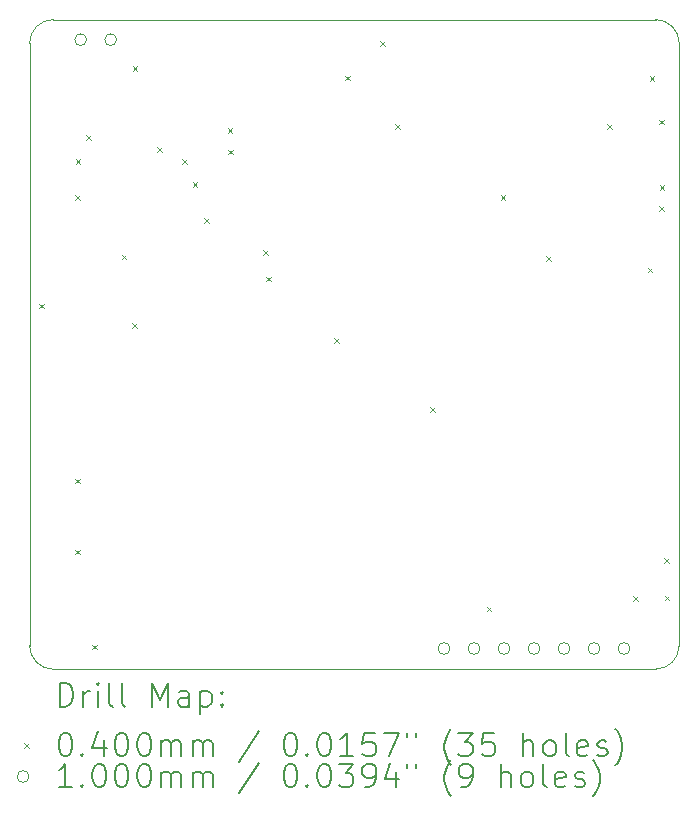
<source format=gbr>
%TF.GenerationSoftware,KiCad,Pcbnew,7.0.9*%
%TF.CreationDate,2024-04-10T17:12:23-05:00*%
%TF.ProjectId,Aniversario-PCBWAY,416e6976-6572-4736-9172-696f2d504342,rev?*%
%TF.SameCoordinates,Original*%
%TF.FileFunction,Drillmap*%
%TF.FilePolarity,Positive*%
%FSLAX45Y45*%
G04 Gerber Fmt 4.5, Leading zero omitted, Abs format (unit mm)*
G04 Created by KiCad (PCBNEW 7.0.9) date 2024-04-10 17:12:23*
%MOMM*%
%LPD*%
G01*
G04 APERTURE LIST*
%ADD10C,0.100000*%
%ADD11C,0.200000*%
G04 APERTURE END LIST*
D10*
X9000000Y-4800000D02*
G75*
G03*
X8800000Y-4600000I-200000J0D01*
G01*
X8800000Y-4600000D02*
X3700000Y-4600000D01*
X3700000Y-4600000D02*
G75*
G03*
X3500000Y-4800000I0J-200000D01*
G01*
X3700000Y-10100000D02*
X8800000Y-10100000D01*
X3500000Y-4800000D02*
X3500000Y-9900000D01*
X3500000Y-9900000D02*
G75*
G03*
X3700000Y-10100000I200000J0D01*
G01*
X9000000Y-9900000D02*
X9000000Y-4800000D01*
X8800000Y-10100000D02*
G75*
G03*
X9000000Y-9900000I0J200000D01*
G01*
D11*
D10*
X3580000Y-7005000D02*
X3620000Y-7045000D01*
X3620000Y-7005000D02*
X3580000Y-7045000D01*
X3887500Y-6085000D02*
X3927500Y-6125000D01*
X3927500Y-6085000D02*
X3887500Y-6125000D01*
X3887500Y-8487500D02*
X3927500Y-8527500D01*
X3927500Y-8487500D02*
X3887500Y-8527500D01*
X3887500Y-9087500D02*
X3927500Y-9127500D01*
X3927500Y-9087500D02*
X3887500Y-9127500D01*
X3890000Y-5780000D02*
X3930000Y-5820000D01*
X3930000Y-5780000D02*
X3890000Y-5820000D01*
X3980000Y-5580000D02*
X4020000Y-5620000D01*
X4020000Y-5580000D02*
X3980000Y-5620000D01*
X4030000Y-9892500D02*
X4070000Y-9932500D01*
X4070000Y-9892500D02*
X4030000Y-9932500D01*
X4280000Y-6590000D02*
X4320000Y-6630000D01*
X4320000Y-6590000D02*
X4280000Y-6630000D01*
X4370000Y-7170000D02*
X4410000Y-7210000D01*
X4410000Y-7170000D02*
X4370000Y-7210000D01*
X4371500Y-4991500D02*
X4411500Y-5031500D01*
X4411500Y-4991500D02*
X4371500Y-5031500D01*
X4580000Y-5680000D02*
X4620000Y-5720000D01*
X4620000Y-5680000D02*
X4580000Y-5720000D01*
X4790000Y-5782500D02*
X4830000Y-5822500D01*
X4830000Y-5782500D02*
X4790000Y-5822500D01*
X4880000Y-5975000D02*
X4920000Y-6015000D01*
X4920000Y-5975000D02*
X4880000Y-6015000D01*
X4980000Y-6280000D02*
X5020000Y-6320000D01*
X5020000Y-6280000D02*
X4980000Y-6320000D01*
X5177500Y-5517550D02*
X5217500Y-5557550D01*
X5217500Y-5517550D02*
X5177500Y-5557550D01*
X5180000Y-5701907D02*
X5220000Y-5741907D01*
X5220000Y-5701907D02*
X5180000Y-5741907D01*
X5475000Y-6549950D02*
X5515000Y-6589950D01*
X5515000Y-6549950D02*
X5475000Y-6589950D01*
X5502500Y-6777500D02*
X5542500Y-6817500D01*
X5542500Y-6777500D02*
X5502500Y-6817500D01*
X6080000Y-7300000D02*
X6120000Y-7340000D01*
X6120000Y-7300000D02*
X6080000Y-7340000D01*
X6170000Y-5075000D02*
X6210000Y-5115000D01*
X6210000Y-5075000D02*
X6170000Y-5115000D01*
X6470000Y-4780000D02*
X6510000Y-4820000D01*
X6510000Y-4780000D02*
X6470000Y-4820000D01*
X6595000Y-5485000D02*
X6635000Y-5525000D01*
X6635000Y-5485000D02*
X6595000Y-5525000D01*
X6890000Y-7880000D02*
X6930000Y-7920000D01*
X6930000Y-7880000D02*
X6890000Y-7920000D01*
X7370000Y-9570000D02*
X7410000Y-9610000D01*
X7410000Y-9570000D02*
X7370000Y-9610000D01*
X7487500Y-6085000D02*
X7527500Y-6125000D01*
X7527500Y-6085000D02*
X7487500Y-6125000D01*
X7873450Y-6601750D02*
X7913450Y-6641750D01*
X7913450Y-6601750D02*
X7873450Y-6641750D01*
X8387500Y-5485000D02*
X8427500Y-5525000D01*
X8427500Y-5485000D02*
X8387500Y-5525000D01*
X8607550Y-9480000D02*
X8647550Y-9520000D01*
X8647550Y-9480000D02*
X8607550Y-9520000D01*
X8732550Y-6700000D02*
X8772550Y-6740000D01*
X8772550Y-6700000D02*
X8732550Y-6740000D01*
X8750000Y-5080000D02*
X8790000Y-5120000D01*
X8790000Y-5080000D02*
X8750000Y-5120000D01*
X8830000Y-5447500D02*
X8870000Y-5487500D01*
X8870000Y-5447500D02*
X8830000Y-5487500D01*
X8830000Y-6180000D02*
X8870000Y-6220000D01*
X8870000Y-6180000D02*
X8830000Y-6220000D01*
X8835000Y-6000000D02*
X8875000Y-6040000D01*
X8875000Y-6000000D02*
X8835000Y-6040000D01*
X8870000Y-9160000D02*
X8910000Y-9200000D01*
X8910000Y-9160000D02*
X8870000Y-9200000D01*
X8877500Y-9477500D02*
X8917500Y-9517500D01*
X8917500Y-9477500D02*
X8877500Y-9517500D01*
X3982500Y-4770000D02*
G75*
G03*
X3982500Y-4770000I-50000J0D01*
G01*
X4236500Y-4770000D02*
G75*
G03*
X4236500Y-4770000I-50000J0D01*
G01*
X7059000Y-9925000D02*
G75*
G03*
X7059000Y-9925000I-50000J0D01*
G01*
X7313000Y-9925000D02*
G75*
G03*
X7313000Y-9925000I-50000J0D01*
G01*
X7567000Y-9925000D02*
G75*
G03*
X7567000Y-9925000I-50000J0D01*
G01*
X7821000Y-9925000D02*
G75*
G03*
X7821000Y-9925000I-50000J0D01*
G01*
X8075000Y-9925000D02*
G75*
G03*
X8075000Y-9925000I-50000J0D01*
G01*
X8329000Y-9925000D02*
G75*
G03*
X8329000Y-9925000I-50000J0D01*
G01*
X8583000Y-9925000D02*
G75*
G03*
X8583000Y-9925000I-50000J0D01*
G01*
D11*
X3755777Y-10416484D02*
X3755777Y-10216484D01*
X3755777Y-10216484D02*
X3803396Y-10216484D01*
X3803396Y-10216484D02*
X3831967Y-10226008D01*
X3831967Y-10226008D02*
X3851015Y-10245055D01*
X3851015Y-10245055D02*
X3860539Y-10264103D01*
X3860539Y-10264103D02*
X3870062Y-10302198D01*
X3870062Y-10302198D02*
X3870062Y-10330770D01*
X3870062Y-10330770D02*
X3860539Y-10368865D01*
X3860539Y-10368865D02*
X3851015Y-10387912D01*
X3851015Y-10387912D02*
X3831967Y-10406960D01*
X3831967Y-10406960D02*
X3803396Y-10416484D01*
X3803396Y-10416484D02*
X3755777Y-10416484D01*
X3955777Y-10416484D02*
X3955777Y-10283150D01*
X3955777Y-10321246D02*
X3965301Y-10302198D01*
X3965301Y-10302198D02*
X3974824Y-10292674D01*
X3974824Y-10292674D02*
X3993872Y-10283150D01*
X3993872Y-10283150D02*
X4012920Y-10283150D01*
X4079586Y-10416484D02*
X4079586Y-10283150D01*
X4079586Y-10216484D02*
X4070062Y-10226008D01*
X4070062Y-10226008D02*
X4079586Y-10235531D01*
X4079586Y-10235531D02*
X4089110Y-10226008D01*
X4089110Y-10226008D02*
X4079586Y-10216484D01*
X4079586Y-10216484D02*
X4079586Y-10235531D01*
X4203396Y-10416484D02*
X4184348Y-10406960D01*
X4184348Y-10406960D02*
X4174824Y-10387912D01*
X4174824Y-10387912D02*
X4174824Y-10216484D01*
X4308158Y-10416484D02*
X4289110Y-10406960D01*
X4289110Y-10406960D02*
X4279586Y-10387912D01*
X4279586Y-10387912D02*
X4279586Y-10216484D01*
X4536729Y-10416484D02*
X4536729Y-10216484D01*
X4536729Y-10216484D02*
X4603396Y-10359341D01*
X4603396Y-10359341D02*
X4670063Y-10216484D01*
X4670063Y-10216484D02*
X4670063Y-10416484D01*
X4851015Y-10416484D02*
X4851015Y-10311722D01*
X4851015Y-10311722D02*
X4841491Y-10292674D01*
X4841491Y-10292674D02*
X4822444Y-10283150D01*
X4822444Y-10283150D02*
X4784348Y-10283150D01*
X4784348Y-10283150D02*
X4765301Y-10292674D01*
X4851015Y-10406960D02*
X4831967Y-10416484D01*
X4831967Y-10416484D02*
X4784348Y-10416484D01*
X4784348Y-10416484D02*
X4765301Y-10406960D01*
X4765301Y-10406960D02*
X4755777Y-10387912D01*
X4755777Y-10387912D02*
X4755777Y-10368865D01*
X4755777Y-10368865D02*
X4765301Y-10349817D01*
X4765301Y-10349817D02*
X4784348Y-10340293D01*
X4784348Y-10340293D02*
X4831967Y-10340293D01*
X4831967Y-10340293D02*
X4851015Y-10330770D01*
X4946253Y-10283150D02*
X4946253Y-10483150D01*
X4946253Y-10292674D02*
X4965301Y-10283150D01*
X4965301Y-10283150D02*
X5003396Y-10283150D01*
X5003396Y-10283150D02*
X5022444Y-10292674D01*
X5022444Y-10292674D02*
X5031967Y-10302198D01*
X5031967Y-10302198D02*
X5041491Y-10321246D01*
X5041491Y-10321246D02*
X5041491Y-10378389D01*
X5041491Y-10378389D02*
X5031967Y-10397436D01*
X5031967Y-10397436D02*
X5022444Y-10406960D01*
X5022444Y-10406960D02*
X5003396Y-10416484D01*
X5003396Y-10416484D02*
X4965301Y-10416484D01*
X4965301Y-10416484D02*
X4946253Y-10406960D01*
X5127205Y-10397436D02*
X5136729Y-10406960D01*
X5136729Y-10406960D02*
X5127205Y-10416484D01*
X5127205Y-10416484D02*
X5117682Y-10406960D01*
X5117682Y-10406960D02*
X5127205Y-10397436D01*
X5127205Y-10397436D02*
X5127205Y-10416484D01*
X5127205Y-10292674D02*
X5136729Y-10302198D01*
X5136729Y-10302198D02*
X5127205Y-10311722D01*
X5127205Y-10311722D02*
X5117682Y-10302198D01*
X5117682Y-10302198D02*
X5127205Y-10292674D01*
X5127205Y-10292674D02*
X5127205Y-10311722D01*
D10*
X3455000Y-10725000D02*
X3495000Y-10765000D01*
X3495000Y-10725000D02*
X3455000Y-10765000D01*
D11*
X3793872Y-10636484D02*
X3812920Y-10636484D01*
X3812920Y-10636484D02*
X3831967Y-10646008D01*
X3831967Y-10646008D02*
X3841491Y-10655531D01*
X3841491Y-10655531D02*
X3851015Y-10674579D01*
X3851015Y-10674579D02*
X3860539Y-10712674D01*
X3860539Y-10712674D02*
X3860539Y-10760293D01*
X3860539Y-10760293D02*
X3851015Y-10798389D01*
X3851015Y-10798389D02*
X3841491Y-10817436D01*
X3841491Y-10817436D02*
X3831967Y-10826960D01*
X3831967Y-10826960D02*
X3812920Y-10836484D01*
X3812920Y-10836484D02*
X3793872Y-10836484D01*
X3793872Y-10836484D02*
X3774824Y-10826960D01*
X3774824Y-10826960D02*
X3765301Y-10817436D01*
X3765301Y-10817436D02*
X3755777Y-10798389D01*
X3755777Y-10798389D02*
X3746253Y-10760293D01*
X3746253Y-10760293D02*
X3746253Y-10712674D01*
X3746253Y-10712674D02*
X3755777Y-10674579D01*
X3755777Y-10674579D02*
X3765301Y-10655531D01*
X3765301Y-10655531D02*
X3774824Y-10646008D01*
X3774824Y-10646008D02*
X3793872Y-10636484D01*
X3946253Y-10817436D02*
X3955777Y-10826960D01*
X3955777Y-10826960D02*
X3946253Y-10836484D01*
X3946253Y-10836484D02*
X3936729Y-10826960D01*
X3936729Y-10826960D02*
X3946253Y-10817436D01*
X3946253Y-10817436D02*
X3946253Y-10836484D01*
X4127205Y-10703150D02*
X4127205Y-10836484D01*
X4079586Y-10626960D02*
X4031967Y-10769817D01*
X4031967Y-10769817D02*
X4155777Y-10769817D01*
X4270063Y-10636484D02*
X4289110Y-10636484D01*
X4289110Y-10636484D02*
X4308158Y-10646008D01*
X4308158Y-10646008D02*
X4317682Y-10655531D01*
X4317682Y-10655531D02*
X4327205Y-10674579D01*
X4327205Y-10674579D02*
X4336729Y-10712674D01*
X4336729Y-10712674D02*
X4336729Y-10760293D01*
X4336729Y-10760293D02*
X4327205Y-10798389D01*
X4327205Y-10798389D02*
X4317682Y-10817436D01*
X4317682Y-10817436D02*
X4308158Y-10826960D01*
X4308158Y-10826960D02*
X4289110Y-10836484D01*
X4289110Y-10836484D02*
X4270063Y-10836484D01*
X4270063Y-10836484D02*
X4251015Y-10826960D01*
X4251015Y-10826960D02*
X4241491Y-10817436D01*
X4241491Y-10817436D02*
X4231967Y-10798389D01*
X4231967Y-10798389D02*
X4222444Y-10760293D01*
X4222444Y-10760293D02*
X4222444Y-10712674D01*
X4222444Y-10712674D02*
X4231967Y-10674579D01*
X4231967Y-10674579D02*
X4241491Y-10655531D01*
X4241491Y-10655531D02*
X4251015Y-10646008D01*
X4251015Y-10646008D02*
X4270063Y-10636484D01*
X4460539Y-10636484D02*
X4479586Y-10636484D01*
X4479586Y-10636484D02*
X4498634Y-10646008D01*
X4498634Y-10646008D02*
X4508158Y-10655531D01*
X4508158Y-10655531D02*
X4517682Y-10674579D01*
X4517682Y-10674579D02*
X4527205Y-10712674D01*
X4527205Y-10712674D02*
X4527205Y-10760293D01*
X4527205Y-10760293D02*
X4517682Y-10798389D01*
X4517682Y-10798389D02*
X4508158Y-10817436D01*
X4508158Y-10817436D02*
X4498634Y-10826960D01*
X4498634Y-10826960D02*
X4479586Y-10836484D01*
X4479586Y-10836484D02*
X4460539Y-10836484D01*
X4460539Y-10836484D02*
X4441491Y-10826960D01*
X4441491Y-10826960D02*
X4431967Y-10817436D01*
X4431967Y-10817436D02*
X4422444Y-10798389D01*
X4422444Y-10798389D02*
X4412920Y-10760293D01*
X4412920Y-10760293D02*
X4412920Y-10712674D01*
X4412920Y-10712674D02*
X4422444Y-10674579D01*
X4422444Y-10674579D02*
X4431967Y-10655531D01*
X4431967Y-10655531D02*
X4441491Y-10646008D01*
X4441491Y-10646008D02*
X4460539Y-10636484D01*
X4612920Y-10836484D02*
X4612920Y-10703150D01*
X4612920Y-10722198D02*
X4622444Y-10712674D01*
X4622444Y-10712674D02*
X4641491Y-10703150D01*
X4641491Y-10703150D02*
X4670063Y-10703150D01*
X4670063Y-10703150D02*
X4689110Y-10712674D01*
X4689110Y-10712674D02*
X4698634Y-10731722D01*
X4698634Y-10731722D02*
X4698634Y-10836484D01*
X4698634Y-10731722D02*
X4708158Y-10712674D01*
X4708158Y-10712674D02*
X4727205Y-10703150D01*
X4727205Y-10703150D02*
X4755777Y-10703150D01*
X4755777Y-10703150D02*
X4774825Y-10712674D01*
X4774825Y-10712674D02*
X4784348Y-10731722D01*
X4784348Y-10731722D02*
X4784348Y-10836484D01*
X4879586Y-10836484D02*
X4879586Y-10703150D01*
X4879586Y-10722198D02*
X4889110Y-10712674D01*
X4889110Y-10712674D02*
X4908158Y-10703150D01*
X4908158Y-10703150D02*
X4936729Y-10703150D01*
X4936729Y-10703150D02*
X4955777Y-10712674D01*
X4955777Y-10712674D02*
X4965301Y-10731722D01*
X4965301Y-10731722D02*
X4965301Y-10836484D01*
X4965301Y-10731722D02*
X4974825Y-10712674D01*
X4974825Y-10712674D02*
X4993872Y-10703150D01*
X4993872Y-10703150D02*
X5022444Y-10703150D01*
X5022444Y-10703150D02*
X5041491Y-10712674D01*
X5041491Y-10712674D02*
X5051015Y-10731722D01*
X5051015Y-10731722D02*
X5051015Y-10836484D01*
X5441491Y-10626960D02*
X5270063Y-10884103D01*
X5698634Y-10636484D02*
X5717682Y-10636484D01*
X5717682Y-10636484D02*
X5736729Y-10646008D01*
X5736729Y-10646008D02*
X5746253Y-10655531D01*
X5746253Y-10655531D02*
X5755777Y-10674579D01*
X5755777Y-10674579D02*
X5765301Y-10712674D01*
X5765301Y-10712674D02*
X5765301Y-10760293D01*
X5765301Y-10760293D02*
X5755777Y-10798389D01*
X5755777Y-10798389D02*
X5746253Y-10817436D01*
X5746253Y-10817436D02*
X5736729Y-10826960D01*
X5736729Y-10826960D02*
X5717682Y-10836484D01*
X5717682Y-10836484D02*
X5698634Y-10836484D01*
X5698634Y-10836484D02*
X5679586Y-10826960D01*
X5679586Y-10826960D02*
X5670063Y-10817436D01*
X5670063Y-10817436D02*
X5660539Y-10798389D01*
X5660539Y-10798389D02*
X5651015Y-10760293D01*
X5651015Y-10760293D02*
X5651015Y-10712674D01*
X5651015Y-10712674D02*
X5660539Y-10674579D01*
X5660539Y-10674579D02*
X5670063Y-10655531D01*
X5670063Y-10655531D02*
X5679586Y-10646008D01*
X5679586Y-10646008D02*
X5698634Y-10636484D01*
X5851015Y-10817436D02*
X5860539Y-10826960D01*
X5860539Y-10826960D02*
X5851015Y-10836484D01*
X5851015Y-10836484D02*
X5841491Y-10826960D01*
X5841491Y-10826960D02*
X5851015Y-10817436D01*
X5851015Y-10817436D02*
X5851015Y-10836484D01*
X5984348Y-10636484D02*
X6003396Y-10636484D01*
X6003396Y-10636484D02*
X6022444Y-10646008D01*
X6022444Y-10646008D02*
X6031967Y-10655531D01*
X6031967Y-10655531D02*
X6041491Y-10674579D01*
X6041491Y-10674579D02*
X6051015Y-10712674D01*
X6051015Y-10712674D02*
X6051015Y-10760293D01*
X6051015Y-10760293D02*
X6041491Y-10798389D01*
X6041491Y-10798389D02*
X6031967Y-10817436D01*
X6031967Y-10817436D02*
X6022444Y-10826960D01*
X6022444Y-10826960D02*
X6003396Y-10836484D01*
X6003396Y-10836484D02*
X5984348Y-10836484D01*
X5984348Y-10836484D02*
X5965301Y-10826960D01*
X5965301Y-10826960D02*
X5955777Y-10817436D01*
X5955777Y-10817436D02*
X5946253Y-10798389D01*
X5946253Y-10798389D02*
X5936729Y-10760293D01*
X5936729Y-10760293D02*
X5936729Y-10712674D01*
X5936729Y-10712674D02*
X5946253Y-10674579D01*
X5946253Y-10674579D02*
X5955777Y-10655531D01*
X5955777Y-10655531D02*
X5965301Y-10646008D01*
X5965301Y-10646008D02*
X5984348Y-10636484D01*
X6241491Y-10836484D02*
X6127206Y-10836484D01*
X6184348Y-10836484D02*
X6184348Y-10636484D01*
X6184348Y-10636484D02*
X6165301Y-10665055D01*
X6165301Y-10665055D02*
X6146253Y-10684103D01*
X6146253Y-10684103D02*
X6127206Y-10693627D01*
X6422444Y-10636484D02*
X6327206Y-10636484D01*
X6327206Y-10636484D02*
X6317682Y-10731722D01*
X6317682Y-10731722D02*
X6327206Y-10722198D01*
X6327206Y-10722198D02*
X6346253Y-10712674D01*
X6346253Y-10712674D02*
X6393872Y-10712674D01*
X6393872Y-10712674D02*
X6412920Y-10722198D01*
X6412920Y-10722198D02*
X6422444Y-10731722D01*
X6422444Y-10731722D02*
X6431967Y-10750770D01*
X6431967Y-10750770D02*
X6431967Y-10798389D01*
X6431967Y-10798389D02*
X6422444Y-10817436D01*
X6422444Y-10817436D02*
X6412920Y-10826960D01*
X6412920Y-10826960D02*
X6393872Y-10836484D01*
X6393872Y-10836484D02*
X6346253Y-10836484D01*
X6346253Y-10836484D02*
X6327206Y-10826960D01*
X6327206Y-10826960D02*
X6317682Y-10817436D01*
X6498634Y-10636484D02*
X6631967Y-10636484D01*
X6631967Y-10636484D02*
X6546253Y-10836484D01*
X6698634Y-10636484D02*
X6698634Y-10674579D01*
X6774825Y-10636484D02*
X6774825Y-10674579D01*
X7070063Y-10912674D02*
X7060539Y-10903150D01*
X7060539Y-10903150D02*
X7041491Y-10874579D01*
X7041491Y-10874579D02*
X7031968Y-10855531D01*
X7031968Y-10855531D02*
X7022444Y-10826960D01*
X7022444Y-10826960D02*
X7012920Y-10779341D01*
X7012920Y-10779341D02*
X7012920Y-10741246D01*
X7012920Y-10741246D02*
X7022444Y-10693627D01*
X7022444Y-10693627D02*
X7031968Y-10665055D01*
X7031968Y-10665055D02*
X7041491Y-10646008D01*
X7041491Y-10646008D02*
X7060539Y-10617436D01*
X7060539Y-10617436D02*
X7070063Y-10607912D01*
X7127206Y-10636484D02*
X7251015Y-10636484D01*
X7251015Y-10636484D02*
X7184348Y-10712674D01*
X7184348Y-10712674D02*
X7212920Y-10712674D01*
X7212920Y-10712674D02*
X7231968Y-10722198D01*
X7231968Y-10722198D02*
X7241491Y-10731722D01*
X7241491Y-10731722D02*
X7251015Y-10750770D01*
X7251015Y-10750770D02*
X7251015Y-10798389D01*
X7251015Y-10798389D02*
X7241491Y-10817436D01*
X7241491Y-10817436D02*
X7231968Y-10826960D01*
X7231968Y-10826960D02*
X7212920Y-10836484D01*
X7212920Y-10836484D02*
X7155777Y-10836484D01*
X7155777Y-10836484D02*
X7136729Y-10826960D01*
X7136729Y-10826960D02*
X7127206Y-10817436D01*
X7431968Y-10636484D02*
X7336729Y-10636484D01*
X7336729Y-10636484D02*
X7327206Y-10731722D01*
X7327206Y-10731722D02*
X7336729Y-10722198D01*
X7336729Y-10722198D02*
X7355777Y-10712674D01*
X7355777Y-10712674D02*
X7403396Y-10712674D01*
X7403396Y-10712674D02*
X7422444Y-10722198D01*
X7422444Y-10722198D02*
X7431968Y-10731722D01*
X7431968Y-10731722D02*
X7441491Y-10750770D01*
X7441491Y-10750770D02*
X7441491Y-10798389D01*
X7441491Y-10798389D02*
X7431968Y-10817436D01*
X7431968Y-10817436D02*
X7422444Y-10826960D01*
X7422444Y-10826960D02*
X7403396Y-10836484D01*
X7403396Y-10836484D02*
X7355777Y-10836484D01*
X7355777Y-10836484D02*
X7336729Y-10826960D01*
X7336729Y-10826960D02*
X7327206Y-10817436D01*
X7679587Y-10836484D02*
X7679587Y-10636484D01*
X7765301Y-10836484D02*
X7765301Y-10731722D01*
X7765301Y-10731722D02*
X7755777Y-10712674D01*
X7755777Y-10712674D02*
X7736730Y-10703150D01*
X7736730Y-10703150D02*
X7708158Y-10703150D01*
X7708158Y-10703150D02*
X7689110Y-10712674D01*
X7689110Y-10712674D02*
X7679587Y-10722198D01*
X7889110Y-10836484D02*
X7870063Y-10826960D01*
X7870063Y-10826960D02*
X7860539Y-10817436D01*
X7860539Y-10817436D02*
X7851015Y-10798389D01*
X7851015Y-10798389D02*
X7851015Y-10741246D01*
X7851015Y-10741246D02*
X7860539Y-10722198D01*
X7860539Y-10722198D02*
X7870063Y-10712674D01*
X7870063Y-10712674D02*
X7889110Y-10703150D01*
X7889110Y-10703150D02*
X7917682Y-10703150D01*
X7917682Y-10703150D02*
X7936730Y-10712674D01*
X7936730Y-10712674D02*
X7946253Y-10722198D01*
X7946253Y-10722198D02*
X7955777Y-10741246D01*
X7955777Y-10741246D02*
X7955777Y-10798389D01*
X7955777Y-10798389D02*
X7946253Y-10817436D01*
X7946253Y-10817436D02*
X7936730Y-10826960D01*
X7936730Y-10826960D02*
X7917682Y-10836484D01*
X7917682Y-10836484D02*
X7889110Y-10836484D01*
X8070063Y-10836484D02*
X8051015Y-10826960D01*
X8051015Y-10826960D02*
X8041491Y-10807912D01*
X8041491Y-10807912D02*
X8041491Y-10636484D01*
X8222444Y-10826960D02*
X8203396Y-10836484D01*
X8203396Y-10836484D02*
X8165301Y-10836484D01*
X8165301Y-10836484D02*
X8146253Y-10826960D01*
X8146253Y-10826960D02*
X8136730Y-10807912D01*
X8136730Y-10807912D02*
X8136730Y-10731722D01*
X8136730Y-10731722D02*
X8146253Y-10712674D01*
X8146253Y-10712674D02*
X8165301Y-10703150D01*
X8165301Y-10703150D02*
X8203396Y-10703150D01*
X8203396Y-10703150D02*
X8222444Y-10712674D01*
X8222444Y-10712674D02*
X8231968Y-10731722D01*
X8231968Y-10731722D02*
X8231968Y-10750770D01*
X8231968Y-10750770D02*
X8136730Y-10769817D01*
X8308158Y-10826960D02*
X8327206Y-10836484D01*
X8327206Y-10836484D02*
X8365301Y-10836484D01*
X8365301Y-10836484D02*
X8384349Y-10826960D01*
X8384349Y-10826960D02*
X8393873Y-10807912D01*
X8393873Y-10807912D02*
X8393873Y-10798389D01*
X8393873Y-10798389D02*
X8384349Y-10779341D01*
X8384349Y-10779341D02*
X8365301Y-10769817D01*
X8365301Y-10769817D02*
X8336730Y-10769817D01*
X8336730Y-10769817D02*
X8317682Y-10760293D01*
X8317682Y-10760293D02*
X8308158Y-10741246D01*
X8308158Y-10741246D02*
X8308158Y-10731722D01*
X8308158Y-10731722D02*
X8317682Y-10712674D01*
X8317682Y-10712674D02*
X8336730Y-10703150D01*
X8336730Y-10703150D02*
X8365301Y-10703150D01*
X8365301Y-10703150D02*
X8384349Y-10712674D01*
X8460539Y-10912674D02*
X8470063Y-10903150D01*
X8470063Y-10903150D02*
X8489111Y-10874579D01*
X8489111Y-10874579D02*
X8498634Y-10855531D01*
X8498634Y-10855531D02*
X8508158Y-10826960D01*
X8508158Y-10826960D02*
X8517682Y-10779341D01*
X8517682Y-10779341D02*
X8517682Y-10741246D01*
X8517682Y-10741246D02*
X8508158Y-10693627D01*
X8508158Y-10693627D02*
X8498634Y-10665055D01*
X8498634Y-10665055D02*
X8489111Y-10646008D01*
X8489111Y-10646008D02*
X8470063Y-10617436D01*
X8470063Y-10617436D02*
X8460539Y-10607912D01*
D10*
X3495000Y-11009000D02*
G75*
G03*
X3495000Y-11009000I-50000J0D01*
G01*
D11*
X3860539Y-11100484D02*
X3746253Y-11100484D01*
X3803396Y-11100484D02*
X3803396Y-10900484D01*
X3803396Y-10900484D02*
X3784348Y-10929055D01*
X3784348Y-10929055D02*
X3765301Y-10948103D01*
X3765301Y-10948103D02*
X3746253Y-10957627D01*
X3946253Y-11081436D02*
X3955777Y-11090960D01*
X3955777Y-11090960D02*
X3946253Y-11100484D01*
X3946253Y-11100484D02*
X3936729Y-11090960D01*
X3936729Y-11090960D02*
X3946253Y-11081436D01*
X3946253Y-11081436D02*
X3946253Y-11100484D01*
X4079586Y-10900484D02*
X4098634Y-10900484D01*
X4098634Y-10900484D02*
X4117682Y-10910008D01*
X4117682Y-10910008D02*
X4127205Y-10919531D01*
X4127205Y-10919531D02*
X4136729Y-10938579D01*
X4136729Y-10938579D02*
X4146253Y-10976674D01*
X4146253Y-10976674D02*
X4146253Y-11024293D01*
X4146253Y-11024293D02*
X4136729Y-11062389D01*
X4136729Y-11062389D02*
X4127205Y-11081436D01*
X4127205Y-11081436D02*
X4117682Y-11090960D01*
X4117682Y-11090960D02*
X4098634Y-11100484D01*
X4098634Y-11100484D02*
X4079586Y-11100484D01*
X4079586Y-11100484D02*
X4060539Y-11090960D01*
X4060539Y-11090960D02*
X4051015Y-11081436D01*
X4051015Y-11081436D02*
X4041491Y-11062389D01*
X4041491Y-11062389D02*
X4031967Y-11024293D01*
X4031967Y-11024293D02*
X4031967Y-10976674D01*
X4031967Y-10976674D02*
X4041491Y-10938579D01*
X4041491Y-10938579D02*
X4051015Y-10919531D01*
X4051015Y-10919531D02*
X4060539Y-10910008D01*
X4060539Y-10910008D02*
X4079586Y-10900484D01*
X4270063Y-10900484D02*
X4289110Y-10900484D01*
X4289110Y-10900484D02*
X4308158Y-10910008D01*
X4308158Y-10910008D02*
X4317682Y-10919531D01*
X4317682Y-10919531D02*
X4327205Y-10938579D01*
X4327205Y-10938579D02*
X4336729Y-10976674D01*
X4336729Y-10976674D02*
X4336729Y-11024293D01*
X4336729Y-11024293D02*
X4327205Y-11062389D01*
X4327205Y-11062389D02*
X4317682Y-11081436D01*
X4317682Y-11081436D02*
X4308158Y-11090960D01*
X4308158Y-11090960D02*
X4289110Y-11100484D01*
X4289110Y-11100484D02*
X4270063Y-11100484D01*
X4270063Y-11100484D02*
X4251015Y-11090960D01*
X4251015Y-11090960D02*
X4241491Y-11081436D01*
X4241491Y-11081436D02*
X4231967Y-11062389D01*
X4231967Y-11062389D02*
X4222444Y-11024293D01*
X4222444Y-11024293D02*
X4222444Y-10976674D01*
X4222444Y-10976674D02*
X4231967Y-10938579D01*
X4231967Y-10938579D02*
X4241491Y-10919531D01*
X4241491Y-10919531D02*
X4251015Y-10910008D01*
X4251015Y-10910008D02*
X4270063Y-10900484D01*
X4460539Y-10900484D02*
X4479586Y-10900484D01*
X4479586Y-10900484D02*
X4498634Y-10910008D01*
X4498634Y-10910008D02*
X4508158Y-10919531D01*
X4508158Y-10919531D02*
X4517682Y-10938579D01*
X4517682Y-10938579D02*
X4527205Y-10976674D01*
X4527205Y-10976674D02*
X4527205Y-11024293D01*
X4527205Y-11024293D02*
X4517682Y-11062389D01*
X4517682Y-11062389D02*
X4508158Y-11081436D01*
X4508158Y-11081436D02*
X4498634Y-11090960D01*
X4498634Y-11090960D02*
X4479586Y-11100484D01*
X4479586Y-11100484D02*
X4460539Y-11100484D01*
X4460539Y-11100484D02*
X4441491Y-11090960D01*
X4441491Y-11090960D02*
X4431967Y-11081436D01*
X4431967Y-11081436D02*
X4422444Y-11062389D01*
X4422444Y-11062389D02*
X4412920Y-11024293D01*
X4412920Y-11024293D02*
X4412920Y-10976674D01*
X4412920Y-10976674D02*
X4422444Y-10938579D01*
X4422444Y-10938579D02*
X4431967Y-10919531D01*
X4431967Y-10919531D02*
X4441491Y-10910008D01*
X4441491Y-10910008D02*
X4460539Y-10900484D01*
X4612920Y-11100484D02*
X4612920Y-10967150D01*
X4612920Y-10986198D02*
X4622444Y-10976674D01*
X4622444Y-10976674D02*
X4641491Y-10967150D01*
X4641491Y-10967150D02*
X4670063Y-10967150D01*
X4670063Y-10967150D02*
X4689110Y-10976674D01*
X4689110Y-10976674D02*
X4698634Y-10995722D01*
X4698634Y-10995722D02*
X4698634Y-11100484D01*
X4698634Y-10995722D02*
X4708158Y-10976674D01*
X4708158Y-10976674D02*
X4727205Y-10967150D01*
X4727205Y-10967150D02*
X4755777Y-10967150D01*
X4755777Y-10967150D02*
X4774825Y-10976674D01*
X4774825Y-10976674D02*
X4784348Y-10995722D01*
X4784348Y-10995722D02*
X4784348Y-11100484D01*
X4879586Y-11100484D02*
X4879586Y-10967150D01*
X4879586Y-10986198D02*
X4889110Y-10976674D01*
X4889110Y-10976674D02*
X4908158Y-10967150D01*
X4908158Y-10967150D02*
X4936729Y-10967150D01*
X4936729Y-10967150D02*
X4955777Y-10976674D01*
X4955777Y-10976674D02*
X4965301Y-10995722D01*
X4965301Y-10995722D02*
X4965301Y-11100484D01*
X4965301Y-10995722D02*
X4974825Y-10976674D01*
X4974825Y-10976674D02*
X4993872Y-10967150D01*
X4993872Y-10967150D02*
X5022444Y-10967150D01*
X5022444Y-10967150D02*
X5041491Y-10976674D01*
X5041491Y-10976674D02*
X5051015Y-10995722D01*
X5051015Y-10995722D02*
X5051015Y-11100484D01*
X5441491Y-10890960D02*
X5270063Y-11148103D01*
X5698634Y-10900484D02*
X5717682Y-10900484D01*
X5717682Y-10900484D02*
X5736729Y-10910008D01*
X5736729Y-10910008D02*
X5746253Y-10919531D01*
X5746253Y-10919531D02*
X5755777Y-10938579D01*
X5755777Y-10938579D02*
X5765301Y-10976674D01*
X5765301Y-10976674D02*
X5765301Y-11024293D01*
X5765301Y-11024293D02*
X5755777Y-11062389D01*
X5755777Y-11062389D02*
X5746253Y-11081436D01*
X5746253Y-11081436D02*
X5736729Y-11090960D01*
X5736729Y-11090960D02*
X5717682Y-11100484D01*
X5717682Y-11100484D02*
X5698634Y-11100484D01*
X5698634Y-11100484D02*
X5679586Y-11090960D01*
X5679586Y-11090960D02*
X5670063Y-11081436D01*
X5670063Y-11081436D02*
X5660539Y-11062389D01*
X5660539Y-11062389D02*
X5651015Y-11024293D01*
X5651015Y-11024293D02*
X5651015Y-10976674D01*
X5651015Y-10976674D02*
X5660539Y-10938579D01*
X5660539Y-10938579D02*
X5670063Y-10919531D01*
X5670063Y-10919531D02*
X5679586Y-10910008D01*
X5679586Y-10910008D02*
X5698634Y-10900484D01*
X5851015Y-11081436D02*
X5860539Y-11090960D01*
X5860539Y-11090960D02*
X5851015Y-11100484D01*
X5851015Y-11100484D02*
X5841491Y-11090960D01*
X5841491Y-11090960D02*
X5851015Y-11081436D01*
X5851015Y-11081436D02*
X5851015Y-11100484D01*
X5984348Y-10900484D02*
X6003396Y-10900484D01*
X6003396Y-10900484D02*
X6022444Y-10910008D01*
X6022444Y-10910008D02*
X6031967Y-10919531D01*
X6031967Y-10919531D02*
X6041491Y-10938579D01*
X6041491Y-10938579D02*
X6051015Y-10976674D01*
X6051015Y-10976674D02*
X6051015Y-11024293D01*
X6051015Y-11024293D02*
X6041491Y-11062389D01*
X6041491Y-11062389D02*
X6031967Y-11081436D01*
X6031967Y-11081436D02*
X6022444Y-11090960D01*
X6022444Y-11090960D02*
X6003396Y-11100484D01*
X6003396Y-11100484D02*
X5984348Y-11100484D01*
X5984348Y-11100484D02*
X5965301Y-11090960D01*
X5965301Y-11090960D02*
X5955777Y-11081436D01*
X5955777Y-11081436D02*
X5946253Y-11062389D01*
X5946253Y-11062389D02*
X5936729Y-11024293D01*
X5936729Y-11024293D02*
X5936729Y-10976674D01*
X5936729Y-10976674D02*
X5946253Y-10938579D01*
X5946253Y-10938579D02*
X5955777Y-10919531D01*
X5955777Y-10919531D02*
X5965301Y-10910008D01*
X5965301Y-10910008D02*
X5984348Y-10900484D01*
X6117682Y-10900484D02*
X6241491Y-10900484D01*
X6241491Y-10900484D02*
X6174825Y-10976674D01*
X6174825Y-10976674D02*
X6203396Y-10976674D01*
X6203396Y-10976674D02*
X6222444Y-10986198D01*
X6222444Y-10986198D02*
X6231967Y-10995722D01*
X6231967Y-10995722D02*
X6241491Y-11014770D01*
X6241491Y-11014770D02*
X6241491Y-11062389D01*
X6241491Y-11062389D02*
X6231967Y-11081436D01*
X6231967Y-11081436D02*
X6222444Y-11090960D01*
X6222444Y-11090960D02*
X6203396Y-11100484D01*
X6203396Y-11100484D02*
X6146253Y-11100484D01*
X6146253Y-11100484D02*
X6127206Y-11090960D01*
X6127206Y-11090960D02*
X6117682Y-11081436D01*
X6336729Y-11100484D02*
X6374825Y-11100484D01*
X6374825Y-11100484D02*
X6393872Y-11090960D01*
X6393872Y-11090960D02*
X6403396Y-11081436D01*
X6403396Y-11081436D02*
X6422444Y-11052865D01*
X6422444Y-11052865D02*
X6431967Y-11014770D01*
X6431967Y-11014770D02*
X6431967Y-10938579D01*
X6431967Y-10938579D02*
X6422444Y-10919531D01*
X6422444Y-10919531D02*
X6412920Y-10910008D01*
X6412920Y-10910008D02*
X6393872Y-10900484D01*
X6393872Y-10900484D02*
X6355777Y-10900484D01*
X6355777Y-10900484D02*
X6336729Y-10910008D01*
X6336729Y-10910008D02*
X6327206Y-10919531D01*
X6327206Y-10919531D02*
X6317682Y-10938579D01*
X6317682Y-10938579D02*
X6317682Y-10986198D01*
X6317682Y-10986198D02*
X6327206Y-11005246D01*
X6327206Y-11005246D02*
X6336729Y-11014770D01*
X6336729Y-11014770D02*
X6355777Y-11024293D01*
X6355777Y-11024293D02*
X6393872Y-11024293D01*
X6393872Y-11024293D02*
X6412920Y-11014770D01*
X6412920Y-11014770D02*
X6422444Y-11005246D01*
X6422444Y-11005246D02*
X6431967Y-10986198D01*
X6603396Y-10967150D02*
X6603396Y-11100484D01*
X6555777Y-10890960D02*
X6508158Y-11033817D01*
X6508158Y-11033817D02*
X6631967Y-11033817D01*
X6698634Y-10900484D02*
X6698634Y-10938579D01*
X6774825Y-10900484D02*
X6774825Y-10938579D01*
X7070063Y-11176674D02*
X7060539Y-11167150D01*
X7060539Y-11167150D02*
X7041491Y-11138579D01*
X7041491Y-11138579D02*
X7031968Y-11119531D01*
X7031968Y-11119531D02*
X7022444Y-11090960D01*
X7022444Y-11090960D02*
X7012920Y-11043341D01*
X7012920Y-11043341D02*
X7012920Y-11005246D01*
X7012920Y-11005246D02*
X7022444Y-10957627D01*
X7022444Y-10957627D02*
X7031968Y-10929055D01*
X7031968Y-10929055D02*
X7041491Y-10910008D01*
X7041491Y-10910008D02*
X7060539Y-10881436D01*
X7060539Y-10881436D02*
X7070063Y-10871912D01*
X7155777Y-11100484D02*
X7193872Y-11100484D01*
X7193872Y-11100484D02*
X7212920Y-11090960D01*
X7212920Y-11090960D02*
X7222444Y-11081436D01*
X7222444Y-11081436D02*
X7241491Y-11052865D01*
X7241491Y-11052865D02*
X7251015Y-11014770D01*
X7251015Y-11014770D02*
X7251015Y-10938579D01*
X7251015Y-10938579D02*
X7241491Y-10919531D01*
X7241491Y-10919531D02*
X7231968Y-10910008D01*
X7231968Y-10910008D02*
X7212920Y-10900484D01*
X7212920Y-10900484D02*
X7174825Y-10900484D01*
X7174825Y-10900484D02*
X7155777Y-10910008D01*
X7155777Y-10910008D02*
X7146253Y-10919531D01*
X7146253Y-10919531D02*
X7136729Y-10938579D01*
X7136729Y-10938579D02*
X7136729Y-10986198D01*
X7136729Y-10986198D02*
X7146253Y-11005246D01*
X7146253Y-11005246D02*
X7155777Y-11014770D01*
X7155777Y-11014770D02*
X7174825Y-11024293D01*
X7174825Y-11024293D02*
X7212920Y-11024293D01*
X7212920Y-11024293D02*
X7231968Y-11014770D01*
X7231968Y-11014770D02*
X7241491Y-11005246D01*
X7241491Y-11005246D02*
X7251015Y-10986198D01*
X7489110Y-11100484D02*
X7489110Y-10900484D01*
X7574825Y-11100484D02*
X7574825Y-10995722D01*
X7574825Y-10995722D02*
X7565301Y-10976674D01*
X7565301Y-10976674D02*
X7546253Y-10967150D01*
X7546253Y-10967150D02*
X7517682Y-10967150D01*
X7517682Y-10967150D02*
X7498634Y-10976674D01*
X7498634Y-10976674D02*
X7489110Y-10986198D01*
X7698634Y-11100484D02*
X7679587Y-11090960D01*
X7679587Y-11090960D02*
X7670063Y-11081436D01*
X7670063Y-11081436D02*
X7660539Y-11062389D01*
X7660539Y-11062389D02*
X7660539Y-11005246D01*
X7660539Y-11005246D02*
X7670063Y-10986198D01*
X7670063Y-10986198D02*
X7679587Y-10976674D01*
X7679587Y-10976674D02*
X7698634Y-10967150D01*
X7698634Y-10967150D02*
X7727206Y-10967150D01*
X7727206Y-10967150D02*
X7746253Y-10976674D01*
X7746253Y-10976674D02*
X7755777Y-10986198D01*
X7755777Y-10986198D02*
X7765301Y-11005246D01*
X7765301Y-11005246D02*
X7765301Y-11062389D01*
X7765301Y-11062389D02*
X7755777Y-11081436D01*
X7755777Y-11081436D02*
X7746253Y-11090960D01*
X7746253Y-11090960D02*
X7727206Y-11100484D01*
X7727206Y-11100484D02*
X7698634Y-11100484D01*
X7879587Y-11100484D02*
X7860539Y-11090960D01*
X7860539Y-11090960D02*
X7851015Y-11071912D01*
X7851015Y-11071912D02*
X7851015Y-10900484D01*
X8031968Y-11090960D02*
X8012920Y-11100484D01*
X8012920Y-11100484D02*
X7974825Y-11100484D01*
X7974825Y-11100484D02*
X7955777Y-11090960D01*
X7955777Y-11090960D02*
X7946253Y-11071912D01*
X7946253Y-11071912D02*
X7946253Y-10995722D01*
X7946253Y-10995722D02*
X7955777Y-10976674D01*
X7955777Y-10976674D02*
X7974825Y-10967150D01*
X7974825Y-10967150D02*
X8012920Y-10967150D01*
X8012920Y-10967150D02*
X8031968Y-10976674D01*
X8031968Y-10976674D02*
X8041491Y-10995722D01*
X8041491Y-10995722D02*
X8041491Y-11014770D01*
X8041491Y-11014770D02*
X7946253Y-11033817D01*
X8117682Y-11090960D02*
X8136730Y-11100484D01*
X8136730Y-11100484D02*
X8174825Y-11100484D01*
X8174825Y-11100484D02*
X8193872Y-11090960D01*
X8193872Y-11090960D02*
X8203396Y-11071912D01*
X8203396Y-11071912D02*
X8203396Y-11062389D01*
X8203396Y-11062389D02*
X8193872Y-11043341D01*
X8193872Y-11043341D02*
X8174825Y-11033817D01*
X8174825Y-11033817D02*
X8146253Y-11033817D01*
X8146253Y-11033817D02*
X8127206Y-11024293D01*
X8127206Y-11024293D02*
X8117682Y-11005246D01*
X8117682Y-11005246D02*
X8117682Y-10995722D01*
X8117682Y-10995722D02*
X8127206Y-10976674D01*
X8127206Y-10976674D02*
X8146253Y-10967150D01*
X8146253Y-10967150D02*
X8174825Y-10967150D01*
X8174825Y-10967150D02*
X8193872Y-10976674D01*
X8270063Y-11176674D02*
X8279587Y-11167150D01*
X8279587Y-11167150D02*
X8298634Y-11138579D01*
X8298634Y-11138579D02*
X8308158Y-11119531D01*
X8308158Y-11119531D02*
X8317682Y-11090960D01*
X8317682Y-11090960D02*
X8327206Y-11043341D01*
X8327206Y-11043341D02*
X8327206Y-11005246D01*
X8327206Y-11005246D02*
X8317682Y-10957627D01*
X8317682Y-10957627D02*
X8308158Y-10929055D01*
X8308158Y-10929055D02*
X8298634Y-10910008D01*
X8298634Y-10910008D02*
X8279587Y-10881436D01*
X8279587Y-10881436D02*
X8270063Y-10871912D01*
M02*

</source>
